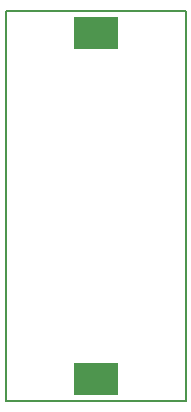
<source format=gbs>
G75*
%MOIN*%
%OFA0B0*%
%FSLAX25Y25*%
%IPPOS*%
%LPD*%
%AMOC8*
5,1,8,0,0,1.08239X$1,22.5*
%
%ADD10C,0.00800*%
%ADD11R,0.14573X0.10636*%
D10*
X0013000Y0001400D02*
X0013000Y0131400D01*
X0073000Y0131400D01*
X0073000Y0001400D01*
X0013000Y0001400D01*
D11*
X0043000Y0008723D03*
X0043000Y0124077D03*
M02*

</source>
